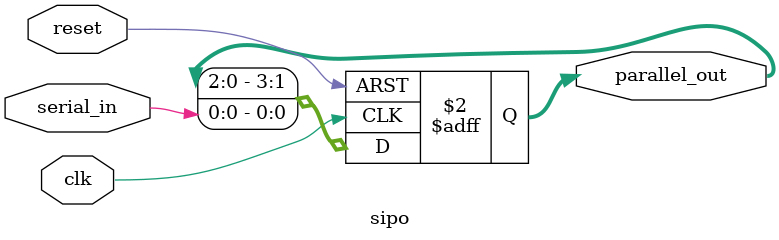
<source format=v>

module sipo (
    input clk,
    input reset,
    input serial_in,
    output reg [3:0] parallel_out
);

    always @(posedge clk or posedge reset) begin
        if (reset)
            parallel_out <= 4'b0000;
        else
            parallel_out <= {parallel_out[2:0], serial_in};
    end
endmodule

</source>
